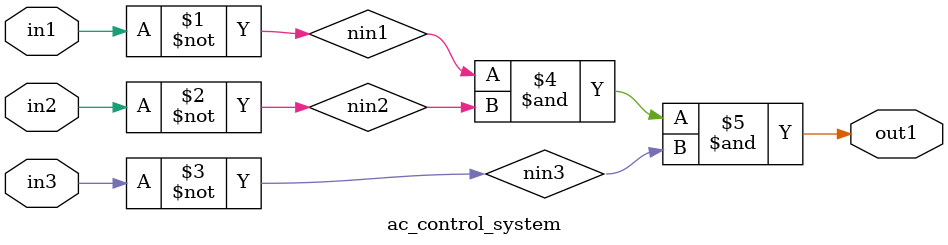
<source format=v>
`timescale 1ns / 1ps



module ac_control_system(out1,in1,in2,in3);

input in1,in2,in3;
output out1;

wire nin1;//1st window
wire nin2;//2nd window
wire nin3;//3rd window

assign nin1=~in1;
assign nin2=~in2;
assign nin3=~in3;
assign out1=nin1&nin2&nin3;
//if one of the window is open close ac.
//if none of the window is open open ac.

endmodule

</source>
